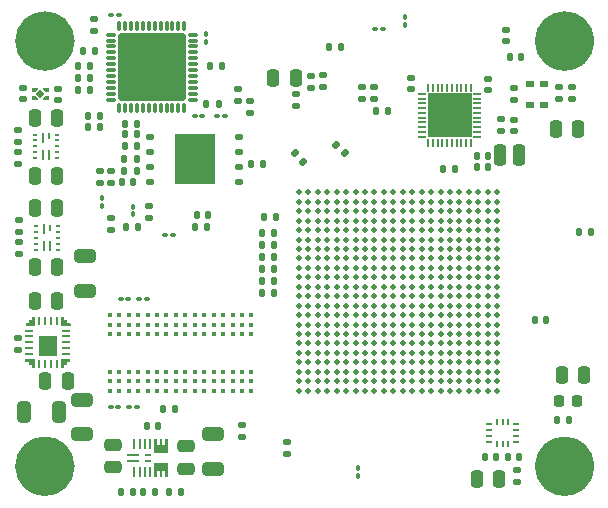
<source format=gts>
G04 #@! TF.GenerationSoftware,KiCad,Pcbnew,8.0.0~rc2-1e5b68cb87~176~ubuntu22.04.1*
G04 #@! TF.CreationDate,2024-06-10T16:32:28+02:00*
G04 #@! TF.ProjectId,prova_fpga,70726f76-615f-4667-9067-612e6b696361,rev?*
G04 #@! TF.SameCoordinates,Original*
G04 #@! TF.FileFunction,Soldermask,Top*
G04 #@! TF.FilePolarity,Negative*
%FSLAX46Y46*%
G04 Gerber Fmt 4.6, Leading zero omitted, Abs format (unit mm)*
G04 Created by KiCad (PCBNEW 8.0.0~rc2-1e5b68cb87~176~ubuntu22.04.1) date 2024-06-10 16:32:28*
%MOMM*%
%LPD*%
G01*
G04 APERTURE LIST*
G04 Aperture macros list*
%AMRoundRect*
0 Rectangle with rounded corners*
0 $1 Rounding radius*
0 $2 $3 $4 $5 $6 $7 $8 $9 X,Y pos of 4 corners*
0 Add a 4 corners polygon primitive as box body*
4,1,4,$2,$3,$4,$5,$6,$7,$8,$9,$2,$3,0*
0 Add four circle primitives for the rounded corners*
1,1,$1+$1,$2,$3*
1,1,$1+$1,$4,$5*
1,1,$1+$1,$6,$7*
1,1,$1+$1,$8,$9*
0 Add four rect primitives between the rounded corners*
20,1,$1+$1,$2,$3,$4,$5,0*
20,1,$1+$1,$4,$5,$6,$7,0*
20,1,$1+$1,$6,$7,$8,$9,0*
20,1,$1+$1,$8,$9,$2,$3,0*%
%AMFreePoly0*
4,1,14,0.330075,0.140035,0.330090,0.140000,0.330040,0.069961,0.330025,0.069926,0.090025,-0.170070,0.089990,-0.170085,-0.130002,-0.170089,-0.130037,-0.170074,-0.130052,-0.170039,-0.130110,0.140000,-0.130095,0.140035,-0.130060,0.140050,0.330040,0.140050,0.330075,0.140035,0.330075,0.140035,$1*%
%AMFreePoly1*
4,1,14,0.089990,0.170085,0.090025,0.170070,0.330025,-0.069926,0.330040,-0.069961,0.330090,-0.140000,0.330075,-0.140035,0.330040,-0.140050,-0.130060,-0.140050,-0.130095,-0.140035,-0.130110,-0.140000,-0.130052,0.170039,-0.130037,0.170074,-0.130002,0.170089,0.089990,0.170085,0.089990,0.170085,$1*%
%AMFreePoly2*
4,1,14,0.130037,0.170074,0.130052,0.170039,0.130110,-0.140000,0.130095,-0.140035,0.130060,-0.140050,-0.330040,-0.140050,-0.330075,-0.140035,-0.330090,-0.140000,-0.330040,-0.069961,-0.330025,-0.069926,-0.090025,0.170070,-0.089990,0.170085,0.130002,0.170089,0.130037,0.170074,0.130037,0.170074,$1*%
%AMFreePoly3*
4,1,17,-0.298000,0.551600,0.299000,0.551600,0.299000,-0.551601,-0.299000,-0.551601,-0.299000,-0.551600,-0.806000,-0.551600,-0.806000,-0.348400,-0.299000,-0.348400,-0.299000,-0.101601,-0.806000,-0.101601,-0.806000,0.101599,-0.299000,0.101599,-0.299000,0.348401,-0.806000,0.348401,-0.806000,0.551601,-0.298000,0.551601,-0.298000,0.551600,-0.298000,0.551600,$1*%
%AMFreePoly4*
4,1,16,0.806000,0.348400,0.299000,0.348400,0.299000,0.101600,0.806000,0.101600,0.806000,-0.101600,0.299000,-0.101600,0.299000,-0.348400,0.806000,-0.348400,0.806000,-0.551600,0.299000,-0.551600,0.299000,-0.551601,-0.299000,-0.551601,-0.299000,0.551600,0.299000,0.551600,0.806000,0.551600,0.806000,0.348400,0.806000,0.348400,$1*%
%AMFreePoly5*
4,1,17,0.250002,0.499999,0.250002,-0.200000,0.200002,-0.250000,-0.499999,-0.250000,-0.549999,-0.200000,-0.549999,-0.050000,-0.499999,0.000000,-0.299999,0.000000,-0.250000,0.049999,-0.250000,0.199999,-0.200000,0.249999,-0.050000,0.249999,0.000000,0.299999,0.000000,0.499999,0.050000,0.549998,0.200000,0.549998,0.250002,0.499999,0.250002,0.499999,$1*%
%AMFreePoly6*
4,1,17,0.249999,0.200000,0.250002,-0.499999,0.200000,-0.549998,0.050000,-0.549998,0.000000,-0.499999,0.000002,-0.299999,-0.050000,-0.249999,-0.200000,-0.249999,-0.250000,-0.199999,-0.249997,-0.049999,-0.299999,0.000000,-0.499999,0.000000,-0.549999,0.050000,-0.549999,0.200000,-0.499999,0.250000,0.200002,0.250000,0.249999,0.200000,0.249999,0.200000,$1*%
%AMFreePoly7*
4,1,17,0.500001,0.250000,0.550001,0.200000,0.550001,0.050000,0.500001,0.000000,0.300001,0.000000,0.249999,-0.049999,0.250002,-0.199999,0.200002,-0.249999,0.050002,-0.249999,0.000000,-0.299999,0.000002,-0.499999,-0.049998,-0.549998,-0.200000,-0.549998,-0.250000,-0.499999,-0.250000,0.200003,-0.200000,0.250002,0.500001,0.250000,0.500001,0.250000,$1*%
%AMFreePoly8*
4,1,17,0.000002,0.500002,0.000000,0.300002,0.050002,0.250002,0.200002,0.250002,0.250002,0.200002,0.249999,0.050002,0.300001,0.000003,0.500001,0.000003,0.550001,-0.049997,0.550001,-0.199997,0.500001,-0.249997,-0.200000,-0.249999,-0.250000,-0.199997,-0.250000,0.500002,-0.200000,0.550001,-0.049998,0.550001,0.000002,0.500002,0.000002,0.500002,$1*%
G04 Aperture macros list end*
%ADD10C,2.505000*%
%ADD11C,0.000000*%
%ADD12RoundRect,0.250000X-0.250000X-0.650000X0.250000X-0.650000X0.250000X0.650000X-0.250000X0.650000X0*%
%ADD13RoundRect,0.135000X-0.135000X-0.185000X0.135000X-0.185000X0.135000X0.185000X-0.135000X0.185000X0*%
%ADD14RoundRect,0.135000X-0.226274X-0.035355X-0.035355X-0.226274X0.226274X0.035355X0.035355X0.226274X0*%
%ADD15RoundRect,0.135000X0.135000X0.185000X-0.135000X0.185000X-0.135000X-0.185000X0.135000X-0.185000X0*%
%ADD16RoundRect,0.140000X0.140000X0.170000X-0.140000X0.170000X-0.140000X-0.170000X0.140000X-0.170000X0*%
%ADD17RoundRect,0.140000X-0.140000X-0.170000X0.140000X-0.170000X0.140000X0.170000X-0.140000X0.170000X0*%
%ADD18RoundRect,0.250000X-0.650000X0.325000X-0.650000X-0.325000X0.650000X-0.325000X0.650000X0.325000X0*%
%ADD19RoundRect,0.250000X-0.475000X0.250000X-0.475000X-0.250000X0.475000X-0.250000X0.475000X0.250000X0*%
%ADD20C,2.700000*%
%ADD21RoundRect,0.140000X0.170000X-0.140000X0.170000X0.140000X-0.170000X0.140000X-0.170000X-0.140000X0*%
%ADD22RoundRect,0.135000X-0.185000X0.135000X-0.185000X-0.135000X0.185000X-0.135000X0.185000X0.135000X0*%
%ADD23RoundRect,0.100000X0.100000X-0.130000X0.100000X0.130000X-0.100000X0.130000X-0.100000X-0.130000X0*%
%ADD24RoundRect,0.100000X-0.130000X-0.100000X0.130000X-0.100000X0.130000X0.100000X-0.130000X0.100000X0*%
%ADD25RoundRect,0.100000X0.130000X0.100000X-0.130000X0.100000X-0.130000X-0.100000X0.130000X-0.100000X0*%
%ADD26RoundRect,0.125000X-0.200000X-0.125000X0.200000X-0.125000X0.200000X0.125000X-0.200000X0.125000X0*%
%ADD27R,3.400000X4.300000*%
%ADD28R,0.203200X0.711200*%
%ADD29R,0.711200X0.203200*%
%ADD30R,3.708400X3.708400*%
%ADD31FreePoly0,180.000000*%
%ADD32FreePoly1,180.000000*%
%ADD33FreePoly2,180.000000*%
%ADD34FreePoly1,0.000000*%
%ADD35RoundRect,0.027000X0.000000X0.343654X-0.343654X0.000000X0.000000X-0.343654X0.343654X0.000000X0*%
%ADD36RoundRect,0.050960X0.353039X-0.076440X0.353039X0.076440X-0.353039X0.076440X-0.353039X-0.076440X0*%
%ADD37RoundRect,0.050960X-0.076440X-0.353039X0.076440X-0.353039X0.076440X0.353039X-0.076440X0.353039X0*%
%ADD38RoundRect,0.170688X-2.674112X-2.674112X2.674112X-2.674112X2.674112X2.674112X-2.674112X2.674112X0*%
%ADD39RoundRect,0.218750X-0.218750X-0.256250X0.218750X-0.256250X0.218750X0.256250X-0.218750X0.256250X0*%
%ADD40R,0.203200X0.812800*%
%ADD41FreePoly3,90.000000*%
%ADD42FreePoly4,90.000000*%
%ADD43R,1.092200X0.254000*%
%ADD44R,0.508000X0.254000*%
%ADD45RoundRect,0.135000X0.185000X-0.135000X0.185000X0.135000X-0.185000X0.135000X-0.185000X-0.135000X0*%
%ADD46RoundRect,0.250000X0.325000X0.650000X-0.325000X0.650000X-0.325000X-0.650000X0.325000X-0.650000X0*%
%ADD47C,0.420000*%
%ADD48RoundRect,0.250000X0.250000X0.475000X-0.250000X0.475000X-0.250000X-0.475000X0.250000X-0.475000X0*%
%ADD49RoundRect,0.147500X0.172500X-0.147500X0.172500X0.147500X-0.172500X0.147500X-0.172500X-0.147500X0*%
%ADD50R,0.250000X0.600000*%
%ADD51R,0.250000X0.900000*%
%ADD52R,0.450000X0.250000*%
%ADD53RoundRect,0.250000X-0.250000X-0.475000X0.250000X-0.475000X0.250000X0.475000X-0.250000X0.475000X0*%
%ADD54R,0.482600X0.254000*%
%ADD55R,0.254000X0.482600*%
%ADD56RoundRect,0.147500X-0.172500X0.147500X-0.172500X-0.147500X0.172500X-0.147500X0.172500X0.147500X0*%
%ADD57RoundRect,0.100000X-0.100000X0.130000X-0.100000X-0.130000X0.100000X-0.130000X0.100000X0.130000X0*%
%ADD58RoundRect,0.140000X-0.170000X0.140000X-0.170000X-0.140000X0.170000X-0.140000X0.170000X0.140000X0*%
%ADD59R,0.800000X0.600000*%
%ADD60C,0.506400*%
%ADD61FreePoly5,0.000000*%
%ADD62R,0.700001X0.249999*%
%ADD63FreePoly6,0.000000*%
%ADD64R,0.249999X0.700001*%
%ADD65FreePoly7,0.000000*%
%ADD66FreePoly8,0.000000*%
%ADD67R,1.599999X1.799999*%
G04 APERTURE END LIST*
D10*
X111752500Y-94000000D02*
G75*
G02*
X109247500Y-94000000I-1252500J0D01*
G01*
X109247500Y-94000000D02*
G75*
G02*
X111752500Y-94000000I1252500J0D01*
G01*
D11*
G36*
X109860000Y-98095000D02*
G01*
X109680000Y-98275000D01*
X109500000Y-98275000D01*
X109500000Y-98055000D01*
X109860000Y-98055000D01*
X109860000Y-98095000D01*
G37*
G36*
X109860000Y-98845000D02*
G01*
X109860000Y-98885000D01*
X109500000Y-98885000D01*
X109500000Y-98665000D01*
X109680000Y-98665000D01*
X109860000Y-98845000D01*
G37*
G36*
X110720000Y-98265000D02*
G01*
X110540000Y-98265000D01*
X110360000Y-98085000D01*
X110360000Y-98045000D01*
X110720000Y-98045000D01*
X110720000Y-98265000D01*
G37*
G36*
X110720000Y-98885000D02*
G01*
X110360000Y-98885000D01*
X110360000Y-98845000D01*
X110540000Y-98665000D01*
X110720000Y-98665000D01*
X110720000Y-98885000D01*
G37*
D10*
X155752500Y-94000000D02*
G75*
G02*
X153247500Y-94000000I-1252500J0D01*
G01*
X153247500Y-94000000D02*
G75*
G02*
X155752500Y-94000000I1252500J0D01*
G01*
D11*
G36*
X120876601Y-128850000D02*
G01*
X119773400Y-128850000D01*
X119773400Y-128252000D01*
X120876601Y-128252000D01*
X120876601Y-128850000D01*
G37*
G36*
X120876601Y-130348000D02*
G01*
X119773400Y-130348000D01*
X119773400Y-129750000D01*
X120876601Y-129750000D01*
X120876601Y-130348000D01*
G37*
D10*
X111752500Y-130000000D02*
G75*
G02*
X109247500Y-130000000I-1252500J0D01*
G01*
X109247500Y-130000000D02*
G75*
G02*
X111752500Y-130000000I1252500J0D01*
G01*
X155752500Y-130000000D02*
G75*
G02*
X153247500Y-130000000I-1252500J0D01*
G01*
X153247500Y-130000000D02*
G75*
G02*
X155752500Y-130000000I1252500J0D01*
G01*
D11*
G36*
X109627498Y-120932502D02*
G01*
X109627501Y-121632501D01*
X109577499Y-121682500D01*
X109427499Y-121682500D01*
X109377499Y-121632501D01*
X109377501Y-121432501D01*
X109327499Y-121382501D01*
X109177499Y-121382501D01*
X109127499Y-121332501D01*
X109127502Y-121182501D01*
X109077500Y-121132502D01*
X108877500Y-121132502D01*
X108827500Y-121082502D01*
X108827500Y-120932502D01*
X108877500Y-120882502D01*
X109577501Y-120882502D01*
X109627498Y-120932502D01*
G37*
G36*
X112127501Y-117382501D02*
G01*
X112127499Y-117582501D01*
X112177501Y-117632501D01*
X112327501Y-117632501D01*
X112377501Y-117682501D01*
X112377498Y-117832501D01*
X112427500Y-117882500D01*
X112627500Y-117882500D01*
X112677500Y-117932500D01*
X112677500Y-118082500D01*
X112627500Y-118132500D01*
X111927499Y-118132502D01*
X111877499Y-118082500D01*
X111877499Y-117382501D01*
X111927499Y-117332502D01*
X112077501Y-117332502D01*
X112127501Y-117382501D01*
G37*
D12*
X149060000Y-103660000D03*
X150660000Y-103660000D03*
D13*
X117265000Y-102850000D03*
X118285000Y-102850000D03*
X153865000Y-126100000D03*
X154885000Y-126100000D03*
D14*
X131669376Y-103499376D03*
X132390624Y-104220624D03*
D15*
X125510000Y-96100000D03*
X124490000Y-96100000D03*
X129920000Y-113299999D03*
X128900000Y-113299999D03*
D16*
X124330000Y-108750000D03*
X123370000Y-108750000D03*
D17*
X147070000Y-104700000D03*
X148030000Y-104700000D03*
D18*
X113610000Y-124355000D03*
X113610000Y-127305000D03*
D19*
X116275002Y-128200000D03*
X116275002Y-130100000D03*
D20*
X110500000Y-94000000D03*
D21*
X108620000Y-98925000D03*
X108620000Y-97965000D03*
D17*
X147070000Y-103725000D03*
X148030000Y-103725000D03*
D22*
X150500000Y-130340000D03*
X150500000Y-131360000D03*
D23*
X124100000Y-94045000D03*
X124100000Y-93405000D03*
D21*
X148010000Y-98130000D03*
X148010000Y-97170000D03*
X149100000Y-101580000D03*
X149100000Y-100620000D03*
D17*
X149845000Y-95375000D03*
X150805000Y-95375000D03*
D15*
X145210000Y-104800000D03*
X144190000Y-104800000D03*
D13*
X127965000Y-104400000D03*
X128985000Y-104400000D03*
X120510000Y-125190000D03*
X121530000Y-125190000D03*
D16*
X156710000Y-110190000D03*
X155750000Y-110190000D03*
D24*
X118470000Y-115850000D03*
X119110000Y-115850000D03*
X123180000Y-100300000D03*
X123820000Y-100300000D03*
D25*
X116710000Y-124970000D03*
X116070000Y-124970000D03*
D26*
X119425000Y-102095000D03*
X119425000Y-103365000D03*
X119425000Y-104635000D03*
X119425000Y-105905000D03*
X126925000Y-105905000D03*
X126925000Y-104635000D03*
X126925000Y-103365000D03*
X126925000Y-102095000D03*
D27*
X123175000Y-104000000D03*
D28*
X146559999Y-97930500D03*
X146160000Y-97930500D03*
X145760001Y-97930500D03*
X145359999Y-97930500D03*
X144960000Y-97930500D03*
X144560000Y-97930500D03*
X144160001Y-97930500D03*
X143759999Y-97930500D03*
X143360000Y-97930500D03*
X142960001Y-97930500D03*
D29*
X142410500Y-98480001D03*
X142410500Y-98880000D03*
X142410500Y-99279999D03*
X142410500Y-99680001D03*
X142410500Y-100080000D03*
X142410500Y-100480000D03*
X142410500Y-100879999D03*
X142410500Y-101280001D03*
X142410500Y-101680000D03*
X142410500Y-102079999D03*
D28*
X142960001Y-102629500D03*
X143360000Y-102629500D03*
X143759999Y-102629500D03*
X144160001Y-102629500D03*
X144560000Y-102629500D03*
X144960000Y-102629500D03*
X145359999Y-102629500D03*
X145760001Y-102629500D03*
X146160000Y-102629500D03*
X146559999Y-102629500D03*
D29*
X147109500Y-102079999D03*
X147109500Y-101680000D03*
X147109500Y-101280001D03*
X147109500Y-100879999D03*
X147109500Y-100480000D03*
X147109500Y-100080000D03*
X147109500Y-99680001D03*
X147109500Y-99279999D03*
X147109500Y-98880000D03*
X147109500Y-98480001D03*
D30*
X144760000Y-100280000D03*
D15*
X129920000Y-114299999D03*
X128900000Y-114299999D03*
D22*
X150200000Y-97990000D03*
X150200000Y-99010000D03*
D17*
X147745000Y-129250000D03*
X148705000Y-129250000D03*
D16*
X120080000Y-126600000D03*
X119120000Y-126600000D03*
D31*
X110640000Y-98790000D03*
D32*
X110640000Y-98140000D03*
D33*
X109580000Y-98140000D03*
D34*
X109580000Y-98790000D03*
D35*
X110110000Y-98465000D03*
D20*
X154500000Y-94000000D03*
D13*
X113290000Y-98150000D03*
X114310000Y-98150000D03*
X117265000Y-101900000D03*
X118285000Y-101900000D03*
D15*
X117965001Y-132150000D03*
X116945001Y-132150000D03*
D36*
X116100000Y-93450000D03*
X116100000Y-93949999D03*
X116100000Y-94450001D03*
X116100000Y-94950000D03*
X116100000Y-95449999D03*
X116100000Y-95950000D03*
X116100000Y-96450000D03*
X116100000Y-96950001D03*
X116100000Y-97450000D03*
X116100000Y-97949999D03*
X116100000Y-98450001D03*
X116100000Y-98950000D03*
D37*
X116802000Y-99652000D03*
X117301999Y-99652000D03*
X117802001Y-99652000D03*
X118302000Y-99652000D03*
X118801999Y-99652000D03*
X119302000Y-99652000D03*
X119802000Y-99652000D03*
X120302001Y-99652000D03*
X120802000Y-99652000D03*
X121301999Y-99652000D03*
X121802001Y-99652000D03*
X122302000Y-99652000D03*
D36*
X123004000Y-98950000D03*
X123004000Y-98450001D03*
X123004000Y-97949999D03*
X123004000Y-97450000D03*
X123004000Y-96950001D03*
X123004000Y-96450000D03*
X123004000Y-95950000D03*
X123004000Y-95449999D03*
X123004000Y-94950000D03*
X123004000Y-94450001D03*
X123004000Y-93949999D03*
X123004000Y-93450000D03*
D37*
X122302000Y-92748000D03*
X121802001Y-92748000D03*
X121301999Y-92748000D03*
X120802000Y-92748000D03*
X120302001Y-92748000D03*
X119802000Y-92748000D03*
X119302000Y-92748000D03*
X118801999Y-92748000D03*
X118302000Y-92748000D03*
X117802001Y-92748000D03*
X117301999Y-92748000D03*
X116802000Y-92748000D03*
D38*
X119552000Y-96200000D03*
D39*
X154012500Y-124475000D03*
X155587500Y-124475000D03*
D13*
X138500000Y-99900000D03*
X139520000Y-99900000D03*
D40*
X118075001Y-130450000D03*
X118525000Y-130450000D03*
X118975002Y-130450000D03*
X119425001Y-130450000D03*
D41*
X120325001Y-130050000D03*
D42*
X120325001Y-128550000D03*
D40*
X119425001Y-128150000D03*
X118975002Y-128150000D03*
X118525000Y-128150000D03*
X118075001Y-128150000D03*
D43*
X117925001Y-129050000D03*
X117925001Y-129550000D03*
D44*
X119200000Y-129550000D03*
X119200000Y-129050000D03*
D19*
X122475002Y-128293300D03*
X122475002Y-130193300D03*
D45*
X108350000Y-112060000D03*
X108350000Y-111040000D03*
D46*
X111665000Y-125370000D03*
X108715000Y-125370000D03*
D21*
X114700000Y-93130000D03*
X114700000Y-92170000D03*
D47*
X127989998Y-117199999D03*
X127989998Y-117999999D03*
X127989998Y-118799999D03*
X127989998Y-121999999D03*
X127989998Y-122799999D03*
X127989998Y-123599999D03*
X127189998Y-117199999D03*
X127189998Y-117999999D03*
X127189998Y-118799999D03*
X127189998Y-121999999D03*
X127189998Y-122799999D03*
X127189998Y-123599999D03*
X126389998Y-117199999D03*
X126389998Y-117999999D03*
X126389998Y-118799999D03*
X126389998Y-121999999D03*
X126389998Y-122799999D03*
X126389998Y-123599999D03*
X125589998Y-117199999D03*
X125589998Y-117999999D03*
X125589998Y-118799999D03*
X125589998Y-121999999D03*
X125589998Y-122799999D03*
X125589998Y-123599999D03*
X124789998Y-117199999D03*
X124789998Y-117999999D03*
X124789998Y-118799999D03*
X124789998Y-121999999D03*
X124789998Y-122799999D03*
X124789998Y-123599999D03*
X123989998Y-117199999D03*
X123989998Y-117999999D03*
X123989998Y-118799999D03*
X123989998Y-121999999D03*
X123989998Y-122799999D03*
X123989998Y-123599999D03*
X123189998Y-117199999D03*
X123189998Y-117999999D03*
X123189998Y-118799999D03*
X123189998Y-121999999D03*
X123189998Y-122799999D03*
X123189998Y-123599999D03*
X122389998Y-117199999D03*
X122389998Y-117999999D03*
X122389998Y-118799999D03*
X122389998Y-121999999D03*
X122389998Y-122799999D03*
X122389998Y-123599999D03*
X121589998Y-117199999D03*
X121589998Y-117999999D03*
X121589998Y-118799999D03*
X121589998Y-121999999D03*
X121589998Y-122799999D03*
X121589998Y-123599999D03*
X120789998Y-117199999D03*
X120789998Y-117999999D03*
X120789998Y-118799999D03*
X120789998Y-121999999D03*
X120789998Y-122799999D03*
X120789998Y-123599999D03*
X119989998Y-117199999D03*
X119989998Y-117999999D03*
X119989998Y-118799999D03*
X119989998Y-121999999D03*
X119989998Y-122799999D03*
X119989998Y-123599999D03*
X119189998Y-117199999D03*
X119189998Y-117999999D03*
X119189998Y-118799999D03*
X119189998Y-121999999D03*
X119189998Y-122799999D03*
X119189998Y-123599999D03*
X118389998Y-117199999D03*
X118389998Y-117999999D03*
X118389998Y-118799999D03*
X118389998Y-121999999D03*
X118389998Y-122799999D03*
X118389998Y-123599999D03*
X117589998Y-117199999D03*
X117589998Y-117999999D03*
X117589998Y-118799999D03*
X117589998Y-121999999D03*
X117589998Y-122799999D03*
X117589998Y-123599999D03*
X116789998Y-117199999D03*
X116789998Y-117999999D03*
X116789998Y-118799999D03*
X116789998Y-121999999D03*
X116789998Y-122799999D03*
X116789998Y-123599999D03*
X115989998Y-117199999D03*
X115989998Y-117999999D03*
X115989998Y-118799999D03*
X115989998Y-121999999D03*
X115989998Y-122799999D03*
X115989998Y-123599999D03*
D48*
X111550000Y-100470000D03*
X109650000Y-100470000D03*
D20*
X110500000Y-130000000D03*
D18*
X124700000Y-127300000D03*
X124700000Y-130250000D03*
D22*
X116110000Y-105020000D03*
X116110000Y-106040000D03*
D15*
X115160000Y-101300000D03*
X114140000Y-101300000D03*
D20*
X154500000Y-130000000D03*
D17*
X134595000Y-94500000D03*
X135555000Y-94500000D03*
D25*
X121320000Y-110380000D03*
X120680000Y-110380000D03*
D23*
X115350000Y-107950000D03*
X115350000Y-107310000D03*
D48*
X111550000Y-105390000D03*
X109650000Y-105390000D03*
D24*
X116919998Y-115850000D03*
X117559998Y-115850000D03*
D21*
X126860000Y-99030000D03*
X126860000Y-98070000D03*
D22*
X137380000Y-97890000D03*
X137380000Y-98910000D03*
D49*
X155100000Y-98885000D03*
X155100000Y-97915000D03*
D13*
X113290000Y-96100000D03*
X114310000Y-96100000D03*
D21*
X150250000Y-101630000D03*
X150250000Y-100670000D03*
D16*
X117990000Y-105960000D03*
X117030000Y-105960000D03*
D13*
X120980000Y-132150000D03*
X122000000Y-132150000D03*
D48*
X111550000Y-108170000D03*
X109650000Y-108170000D03*
D15*
X119860000Y-132150000D03*
X118840000Y-132150000D03*
D45*
X108350000Y-110185000D03*
X108350000Y-109165000D03*
D15*
X125200000Y-99290000D03*
X124180000Y-99290000D03*
D50*
X110820000Y-102060000D03*
D51*
X110320000Y-102210000D03*
D52*
X109645000Y-101910000D03*
X109645000Y-102410000D03*
X109645000Y-102910000D03*
X109645000Y-103410000D03*
X109645000Y-103910000D03*
D51*
X110320000Y-103610000D03*
X110820000Y-103610000D03*
D52*
X111495000Y-103910000D03*
X111495000Y-103410000D03*
X111495000Y-102910000D03*
X111495000Y-102410000D03*
X111495000Y-101910000D03*
D50*
X110925000Y-109795000D03*
D51*
X110425000Y-109945000D03*
D52*
X109750000Y-109645000D03*
X109750000Y-110145000D03*
X109750000Y-110645000D03*
X109750000Y-111145000D03*
X109750000Y-111645000D03*
D51*
X110425000Y-111345000D03*
X110925000Y-111345000D03*
D52*
X111600000Y-111645000D03*
X111600000Y-111145000D03*
X111600000Y-110645000D03*
X111600000Y-110145000D03*
X111600000Y-109645000D03*
D48*
X156150000Y-122300000D03*
X154250000Y-122300000D03*
D15*
X129920000Y-110260000D03*
X128900000Y-110260000D03*
D24*
X138480000Y-92950000D03*
X139120000Y-92950000D03*
D53*
X109640000Y-116032503D03*
X111540000Y-116032503D03*
D45*
X108250000Y-104420000D03*
X108250000Y-103400000D03*
D54*
X148094300Y-126449999D03*
X148094300Y-126950000D03*
X148094300Y-127450000D03*
X148094300Y-127950001D03*
D55*
X148750001Y-128114400D03*
X149250000Y-128114400D03*
X149749999Y-128114400D03*
D54*
X150405700Y-127950001D03*
X150405700Y-127450000D03*
X150405700Y-126950000D03*
X150405700Y-126449999D03*
D55*
X149749999Y-126285600D03*
X149250000Y-126285600D03*
X148750001Y-126285600D03*
D15*
X130050000Y-108860000D03*
X129030000Y-108860000D03*
D21*
X131000000Y-128930000D03*
X131000000Y-127970000D03*
D25*
X118300000Y-124970000D03*
X117660000Y-124970000D03*
D53*
X153750000Y-101400000D03*
X155650000Y-101400000D03*
D48*
X112440000Y-122770000D03*
X110540000Y-122770000D03*
D15*
X129920000Y-112274999D03*
X128900000Y-112274999D03*
D45*
X134020000Y-97880000D03*
X134020000Y-96860000D03*
D13*
X117240000Y-104975000D03*
X118260000Y-104975000D03*
D21*
X111570000Y-98975000D03*
X111570000Y-98015000D03*
D53*
X147050000Y-131100000D03*
X148950000Y-131100000D03*
D56*
X127880000Y-99095000D03*
X127880000Y-100065000D03*
D57*
X137050000Y-130155000D03*
X137050000Y-130795000D03*
D15*
X129920000Y-115330000D03*
X128900000Y-115330000D03*
D48*
X131725000Y-97100000D03*
X129825000Y-97100000D03*
D13*
X113690000Y-94850000D03*
X114710000Y-94850000D03*
X114140000Y-100300000D03*
X115160000Y-100300000D03*
D58*
X127150000Y-126525000D03*
X127150000Y-127485000D03*
D21*
X149525000Y-94005000D03*
X149525000Y-93045000D03*
D59*
X152770000Y-99400000D03*
X152770000Y-97600000D03*
X151570000Y-97600000D03*
X151570000Y-99400000D03*
D17*
X151995000Y-117650000D03*
X152955000Y-117650000D03*
D48*
X111550000Y-113095000D03*
X109650000Y-113095000D03*
D25*
X125720000Y-100300000D03*
X125080000Y-100300000D03*
D15*
X124260000Y-109710000D03*
X123240000Y-109710000D03*
D18*
X113900000Y-112225000D03*
X113900000Y-115175000D03*
D14*
X135164376Y-102764376D03*
X135885624Y-103485624D03*
D57*
X140975000Y-91955000D03*
X140975000Y-92595000D03*
D21*
X154065000Y-98880000D03*
X154065000Y-97920000D03*
D22*
X133050000Y-96990000D03*
X133050000Y-98010000D03*
D16*
X150630000Y-129250000D03*
X149670000Y-129250000D03*
D58*
X119350000Y-107990000D03*
X119350000Y-108950000D03*
D60*
X132000000Y-106800001D03*
X132800000Y-106800001D03*
X133600000Y-106800001D03*
X134400000Y-106800001D03*
X135200000Y-106800001D03*
X136000000Y-106800001D03*
X136799999Y-106800001D03*
X137599999Y-106800001D03*
X138399999Y-106800001D03*
X139199999Y-106800001D03*
X139999999Y-106800001D03*
X140799999Y-106800001D03*
X141599999Y-106800001D03*
X142399999Y-106800001D03*
X143199999Y-106800001D03*
X143999999Y-106800001D03*
X144799999Y-106800001D03*
X145599998Y-106800001D03*
X146399998Y-106800001D03*
X147199998Y-106800001D03*
X147999998Y-106800001D03*
X148799998Y-106800001D03*
X132000000Y-122799999D03*
X132800000Y-122799999D03*
X133600000Y-122799999D03*
X134400000Y-122799999D03*
X135200000Y-122799999D03*
X136000000Y-122799999D03*
X136799999Y-122799999D03*
X137599999Y-122799999D03*
X138399999Y-122799999D03*
X139199999Y-122799999D03*
X139999999Y-122799999D03*
X140799999Y-122799999D03*
X141599999Y-122799999D03*
X142399999Y-122799999D03*
X143199999Y-122799999D03*
X143999999Y-122799999D03*
X144799999Y-122799999D03*
X145599998Y-122799999D03*
X146399998Y-122799999D03*
X147199998Y-122799999D03*
X147999998Y-122799999D03*
X148799998Y-122799999D03*
X132000000Y-123599999D03*
X132800000Y-123599999D03*
X133600000Y-123599999D03*
X134400000Y-123599999D03*
X135200000Y-123599999D03*
X136000000Y-123599999D03*
X136799999Y-123599999D03*
X137599999Y-123599999D03*
X138399999Y-123599999D03*
X139199999Y-123599999D03*
X139999999Y-123599999D03*
X140799999Y-123599999D03*
X141599999Y-123599999D03*
X142399999Y-123599999D03*
X143199999Y-123599999D03*
X143999999Y-123599999D03*
X144799999Y-123599999D03*
X145599998Y-123599999D03*
X146399998Y-123599999D03*
X147199998Y-123599999D03*
X147999998Y-123599999D03*
X148799998Y-123599999D03*
X132000000Y-107600001D03*
X132800000Y-107600001D03*
X133600000Y-107600001D03*
X134400000Y-107600001D03*
X135200000Y-107600001D03*
X136000000Y-107600001D03*
X136799999Y-107600001D03*
X137599999Y-107600001D03*
X138399999Y-107600001D03*
X139199999Y-107600001D03*
X139999999Y-107600001D03*
X140799999Y-107600001D03*
X141599999Y-107600001D03*
X142399999Y-107600001D03*
X143199999Y-107600001D03*
X143999999Y-107600001D03*
X144799999Y-107600001D03*
X145599998Y-107600001D03*
X146399998Y-107600001D03*
X147199998Y-107600001D03*
X147999998Y-107600001D03*
X148799998Y-107600001D03*
X132000000Y-108400001D03*
X132800000Y-108400001D03*
X133600000Y-108400001D03*
X134400000Y-108400001D03*
X135200000Y-108400001D03*
X136000000Y-108400001D03*
X136799999Y-108400001D03*
X137599999Y-108400001D03*
X138399999Y-108400001D03*
X139199999Y-108400001D03*
X139999999Y-108400001D03*
X140799999Y-108400001D03*
X141599999Y-108400001D03*
X142399999Y-108400001D03*
X143199999Y-108400001D03*
X143999999Y-108400001D03*
X144799999Y-108400001D03*
X145599998Y-108400001D03*
X146399998Y-108400001D03*
X147199998Y-108400001D03*
X147999998Y-108400001D03*
X148799998Y-108400001D03*
X132000000Y-109200001D03*
X132800000Y-109200001D03*
X133600000Y-109200001D03*
X134400000Y-109200001D03*
X135200000Y-109200001D03*
X136000000Y-109200001D03*
X136799999Y-109200001D03*
X137599999Y-109200001D03*
X138399999Y-109200001D03*
X139199999Y-109200001D03*
X139999999Y-109200001D03*
X140799999Y-109200001D03*
X141599999Y-109200001D03*
X142399999Y-109200001D03*
X143199999Y-109200001D03*
X143999999Y-109200001D03*
X144799999Y-109200001D03*
X145599998Y-109200001D03*
X146399998Y-109200001D03*
X147199998Y-109200001D03*
X147999998Y-109200001D03*
X148799998Y-109200001D03*
X132000000Y-110000001D03*
X132800000Y-110000001D03*
X133600000Y-110000001D03*
X134400000Y-110000001D03*
X135200000Y-110000001D03*
X136000000Y-110000001D03*
X136799999Y-110000001D03*
X137599999Y-110000001D03*
X138399999Y-110000001D03*
X139199999Y-110000001D03*
X139999999Y-110000001D03*
X140799999Y-110000001D03*
X141599999Y-110000001D03*
X142399999Y-110000001D03*
X143199999Y-110000001D03*
X143999999Y-110000001D03*
X144799999Y-110000001D03*
X145599998Y-110000001D03*
X146399998Y-110000001D03*
X147199998Y-110000001D03*
X147999998Y-110000001D03*
X148799998Y-110000001D03*
X132000000Y-110800001D03*
X132800000Y-110800001D03*
X133600000Y-110800001D03*
X134400000Y-110800001D03*
X135200000Y-110800001D03*
X136000000Y-110800001D03*
X136799999Y-110800001D03*
X137599999Y-110800001D03*
X138399999Y-110800001D03*
X139199999Y-110800001D03*
X139999999Y-110800001D03*
X140799999Y-110800001D03*
X141599999Y-110800001D03*
X142399999Y-110800001D03*
X143199999Y-110800001D03*
X143999999Y-110800001D03*
X144799999Y-110800001D03*
X145599998Y-110800001D03*
X146399998Y-110800001D03*
X147199998Y-110800001D03*
X147999998Y-110800001D03*
X148799998Y-110800001D03*
X132000000Y-111600000D03*
X132800000Y-111600000D03*
X133600000Y-111600000D03*
X134400000Y-111600000D03*
X135200000Y-111600000D03*
X136000000Y-111600000D03*
X136799999Y-111600000D03*
X137599999Y-111600000D03*
X138399999Y-111600000D03*
X139199999Y-111600000D03*
X139999999Y-111600000D03*
X140799999Y-111600000D03*
X141599999Y-111600000D03*
X142399999Y-111600000D03*
X143199999Y-111600000D03*
X143999999Y-111600000D03*
X144799999Y-111600000D03*
X145599998Y-111600000D03*
X146399998Y-111600000D03*
X147199998Y-111600000D03*
X147999998Y-111600000D03*
X148799998Y-111600000D03*
X132000000Y-112400000D03*
X132800000Y-112400000D03*
X133600000Y-112400000D03*
X134400000Y-112400000D03*
X135200000Y-112400000D03*
X136000000Y-112400000D03*
X136799999Y-112400000D03*
X137599999Y-112400000D03*
X138399999Y-112400000D03*
X139199999Y-112400000D03*
X139999999Y-112400000D03*
X140799999Y-112400000D03*
X141599999Y-112400000D03*
X142399999Y-112400000D03*
X143199999Y-112400000D03*
X143999999Y-112400000D03*
X144799999Y-112400000D03*
X145599998Y-112400000D03*
X146399998Y-112400000D03*
X147199998Y-112400000D03*
X147999998Y-112400000D03*
X148799998Y-112400000D03*
X132000000Y-113200000D03*
X132800000Y-113200000D03*
X133600000Y-113200000D03*
X134400000Y-113200000D03*
X135200000Y-113200000D03*
X136000000Y-113200000D03*
X136799999Y-113200000D03*
X137599999Y-113200000D03*
X138399999Y-113200000D03*
X139199999Y-113200000D03*
X139999999Y-113200000D03*
X140799999Y-113200000D03*
X141599999Y-113200000D03*
X142399999Y-113200000D03*
X143199999Y-113200000D03*
X143999999Y-113200000D03*
X144799999Y-113200000D03*
X145599998Y-113200000D03*
X146399998Y-113200000D03*
X147199998Y-113200000D03*
X147999998Y-113200000D03*
X148799998Y-113200000D03*
X132000000Y-114000000D03*
X132800000Y-114000000D03*
X133600000Y-114000000D03*
X134400000Y-114000000D03*
X135200000Y-114000000D03*
X136000000Y-114000000D03*
X136799999Y-114000000D03*
X137599999Y-114000000D03*
X138399999Y-114000000D03*
X139199999Y-114000000D03*
X139999999Y-114000000D03*
X140799999Y-114000000D03*
X141599999Y-114000000D03*
X142399999Y-114000000D03*
X143199999Y-114000000D03*
X143999999Y-114000000D03*
X144799999Y-114000000D03*
X145599998Y-114000000D03*
X146399998Y-114000000D03*
X147199998Y-114000000D03*
X147999998Y-114000000D03*
X148799998Y-114000000D03*
X132000000Y-114800000D03*
X132800000Y-114800000D03*
X133600000Y-114800000D03*
X134400000Y-114800000D03*
X135200000Y-114800000D03*
X136000000Y-114800000D03*
X136799999Y-114800000D03*
X137599999Y-114800000D03*
X138399999Y-114800000D03*
X139199999Y-114800000D03*
X139999999Y-114800000D03*
X140799999Y-114800000D03*
X141599999Y-114800000D03*
X142399999Y-114800000D03*
X143199999Y-114800000D03*
X143999999Y-114800000D03*
X144799999Y-114800000D03*
X145599998Y-114800000D03*
X146399998Y-114800000D03*
X147199998Y-114800000D03*
X147999998Y-114800000D03*
X148799998Y-114800000D03*
X132000000Y-115600000D03*
X132800000Y-115600000D03*
X133600000Y-115600000D03*
X134400000Y-115600000D03*
X135200000Y-115600000D03*
X136000000Y-115600000D03*
X136799999Y-115600000D03*
X137599999Y-115600000D03*
X138399999Y-115600000D03*
X139199999Y-115600000D03*
X139999999Y-115600000D03*
X140799999Y-115600000D03*
X141599999Y-115600000D03*
X142399999Y-115600000D03*
X143199999Y-115600000D03*
X143999999Y-115600000D03*
X144799999Y-115600000D03*
X145599998Y-115600000D03*
X146399998Y-115600000D03*
X147199998Y-115600000D03*
X147999998Y-115600000D03*
X148799998Y-115600000D03*
X132000000Y-116400000D03*
X132800000Y-116400000D03*
X133600000Y-116400000D03*
X134400000Y-116400000D03*
X135200000Y-116400000D03*
X136000000Y-116400000D03*
X136799999Y-116400000D03*
X137599999Y-116400000D03*
X138399999Y-116400000D03*
X139199999Y-116400000D03*
X139999999Y-116400000D03*
X140799999Y-116400000D03*
X141599999Y-116400000D03*
X142399999Y-116400000D03*
X143199999Y-116400000D03*
X143999999Y-116400000D03*
X144799999Y-116400000D03*
X145599998Y-116400000D03*
X146399998Y-116400000D03*
X147199998Y-116400000D03*
X147999998Y-116400000D03*
X148799998Y-116400000D03*
X132000000Y-117200000D03*
X132800000Y-117200000D03*
X133600000Y-117200000D03*
X134400000Y-117200000D03*
X135200000Y-117200000D03*
X136000000Y-117200000D03*
X136799999Y-117200000D03*
X137599999Y-117200000D03*
X138399999Y-117200000D03*
X139199999Y-117200000D03*
X139999999Y-117200000D03*
X140799999Y-117200000D03*
X141599999Y-117200000D03*
X142399999Y-117200000D03*
X143199999Y-117200000D03*
X143999999Y-117200000D03*
X144799999Y-117200000D03*
X145599998Y-117200000D03*
X146399998Y-117200000D03*
X147199998Y-117200000D03*
X147999998Y-117200000D03*
X148799998Y-117200000D03*
X132000000Y-118000000D03*
X132800000Y-118000000D03*
X133600000Y-118000000D03*
X134400000Y-118000000D03*
X135200000Y-118000000D03*
X136000000Y-118000000D03*
X136799999Y-118000000D03*
X137599999Y-118000000D03*
X138399999Y-118000000D03*
X139199999Y-118000000D03*
X139999999Y-118000000D03*
X140799999Y-118000000D03*
X141599999Y-118000000D03*
X142399999Y-118000000D03*
X143199999Y-118000000D03*
X143999999Y-118000000D03*
X144799999Y-118000000D03*
X145599998Y-118000000D03*
X146399998Y-118000000D03*
X147199998Y-118000000D03*
X147999998Y-118000000D03*
X148799998Y-118000000D03*
X132000000Y-118800000D03*
X132800000Y-118800000D03*
X133600000Y-118800000D03*
X134400000Y-118800000D03*
X135200000Y-118800000D03*
X136000000Y-118800000D03*
X136799999Y-118800000D03*
X137599999Y-118800000D03*
X138399999Y-118800000D03*
X139199999Y-118800000D03*
X139999999Y-118800000D03*
X140799999Y-118800000D03*
X141599999Y-118800000D03*
X142399999Y-118800000D03*
X143199999Y-118800000D03*
X143999999Y-118800000D03*
X144799999Y-118800000D03*
X145599998Y-118800000D03*
X146399998Y-118800000D03*
X147199998Y-118800000D03*
X147999998Y-118800000D03*
X148799998Y-118800000D03*
X132000000Y-119600000D03*
X132800000Y-119600000D03*
X133600000Y-119600000D03*
X134400000Y-119600000D03*
X135200000Y-119600000D03*
X136000000Y-119600000D03*
X136799999Y-119600000D03*
X137599999Y-119600000D03*
X138399999Y-119600000D03*
X139199999Y-119600000D03*
X139999999Y-119600000D03*
X140799999Y-119600000D03*
X141599999Y-119600000D03*
X142399999Y-119600000D03*
X143199999Y-119600000D03*
X143999999Y-119600000D03*
X144799999Y-119600000D03*
X145599998Y-119600000D03*
X146399998Y-119600000D03*
X147199998Y-119600000D03*
X147999998Y-119600000D03*
X148799998Y-119600000D03*
X132000000Y-120399999D03*
X132800000Y-120399999D03*
X133600000Y-120399999D03*
X134400000Y-120399999D03*
X135200000Y-120399999D03*
X136000000Y-120399999D03*
X136799999Y-120399999D03*
X137599999Y-120399999D03*
X138399999Y-120399999D03*
X139199999Y-120399999D03*
X139999999Y-120399999D03*
X140799999Y-120399999D03*
X141599999Y-120399999D03*
X142399999Y-120399999D03*
X143199999Y-120399999D03*
X143999999Y-120399999D03*
X144799999Y-120399999D03*
X145599998Y-120399999D03*
X146399998Y-120399999D03*
X147199998Y-120399999D03*
X147999998Y-120399999D03*
X148799998Y-120399999D03*
X132000000Y-121199999D03*
X132800000Y-121199999D03*
X133600000Y-121199999D03*
X134400000Y-121199999D03*
X135200000Y-121199999D03*
X136000000Y-121199999D03*
X136799999Y-121199999D03*
X137599999Y-121199999D03*
X138399999Y-121199999D03*
X139199999Y-121199999D03*
X139999999Y-121199999D03*
X140799999Y-121199999D03*
X141599999Y-121199999D03*
X142399999Y-121199999D03*
X143199999Y-121199999D03*
X143999999Y-121199999D03*
X144799999Y-121199999D03*
X145599998Y-121199999D03*
X146399998Y-121199999D03*
X147199998Y-121199999D03*
X147999998Y-121199999D03*
X148799998Y-121199999D03*
X132000000Y-121999999D03*
X132800000Y-121999999D03*
X133600000Y-121999999D03*
X134400000Y-121999999D03*
X135200000Y-121999999D03*
X136000000Y-121999999D03*
X136799999Y-121999999D03*
X137599999Y-121999999D03*
X138399999Y-121999999D03*
X139199999Y-121999999D03*
X139999999Y-121999999D03*
X140799999Y-121999999D03*
X141599999Y-121999999D03*
X142399999Y-121999999D03*
X143199999Y-121999999D03*
X143999999Y-121999999D03*
X144799999Y-121999999D03*
X145599998Y-121999999D03*
X146399998Y-121999999D03*
X147199998Y-121999999D03*
X147999998Y-121999999D03*
X148799998Y-121999999D03*
D45*
X138400000Y-98910000D03*
X138400000Y-97890000D03*
D15*
X129920000Y-111270000D03*
X128900000Y-111270000D03*
X118260000Y-104000000D03*
X117240000Y-104000000D03*
D45*
X108250000Y-102520000D03*
X108250000Y-101500000D03*
D13*
X113290000Y-97100000D03*
X114310000Y-97100000D03*
D61*
X109377499Y-117882500D03*
D62*
X109177499Y-118507500D03*
X109177499Y-119007502D03*
X109177499Y-119507501D03*
X109177499Y-120007500D03*
X109177499Y-120507502D03*
D63*
X109377499Y-121132502D03*
D64*
X110002499Y-121332501D03*
X110502500Y-121332501D03*
X111002500Y-121332501D03*
X111502501Y-121332501D03*
D65*
X112127499Y-121132502D03*
D62*
X112327501Y-120507502D03*
X112327501Y-120007500D03*
X112327501Y-119507501D03*
X112327501Y-119007502D03*
X112327501Y-118507500D03*
D66*
X112127499Y-117882503D03*
D64*
X111502501Y-117682501D03*
X111002500Y-117682501D03*
X110502500Y-117682501D03*
X110002499Y-117682501D03*
D67*
X110752500Y-119807500D03*
D22*
X108247500Y-119127504D03*
X108247500Y-120147504D03*
D23*
X117930000Y-108650000D03*
X117930000Y-108010000D03*
D58*
X131800000Y-98495000D03*
X131800000Y-99455000D03*
D22*
X115140000Y-105020000D03*
X115140000Y-106040000D03*
D15*
X118273650Y-101000000D03*
X117253650Y-101000000D03*
D45*
X116060000Y-109990000D03*
X116060000Y-108970000D03*
D25*
X116745000Y-91775000D03*
X116105000Y-91775000D03*
D21*
X141470000Y-98070000D03*
X141470000Y-97110000D03*
D15*
X118385000Y-109775000D03*
X117365000Y-109775000D03*
M02*

</source>
